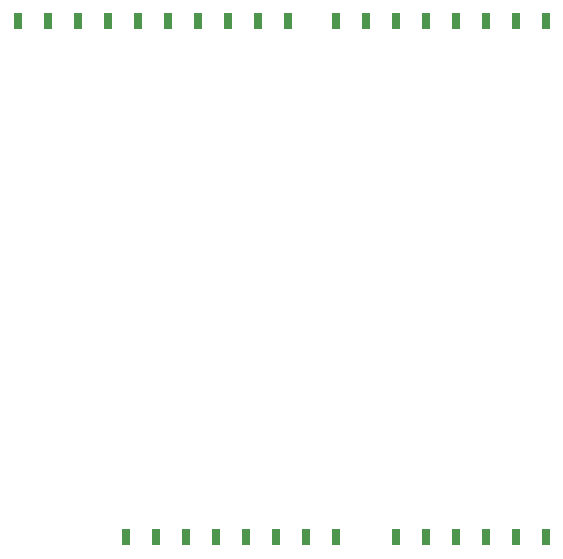
<source format=gtl>
G75*
%MOIN*%
%OFA0B0*%
%FSLAX25Y25*%
%IPPOS*%
%LPD*%
%AMOC8*
5,1,8,0,0,1.08239X$1,22.5*
%
%ADD10R,0.02800X0.05600*%
D10*
X0111250Y0040250D03*
X0121250Y0040250D03*
X0131250Y0040250D03*
X0141250Y0040250D03*
X0151250Y0040250D03*
X0161250Y0040250D03*
X0171250Y0040250D03*
X0181250Y0040250D03*
X0201250Y0040250D03*
X0211250Y0040250D03*
X0221250Y0040250D03*
X0231250Y0040250D03*
X0241250Y0040250D03*
X0251250Y0040250D03*
X0251250Y0212250D03*
X0241250Y0212250D03*
X0231250Y0212250D03*
X0221250Y0212250D03*
X0211250Y0212250D03*
X0201250Y0212250D03*
X0191250Y0212250D03*
X0181250Y0212250D03*
X0165250Y0212250D03*
X0155250Y0212250D03*
X0145250Y0212250D03*
X0135250Y0212250D03*
X0125250Y0212250D03*
X0115250Y0212250D03*
X0105250Y0212250D03*
X0095250Y0212250D03*
X0085250Y0212250D03*
X0075250Y0212250D03*
M02*

</source>
